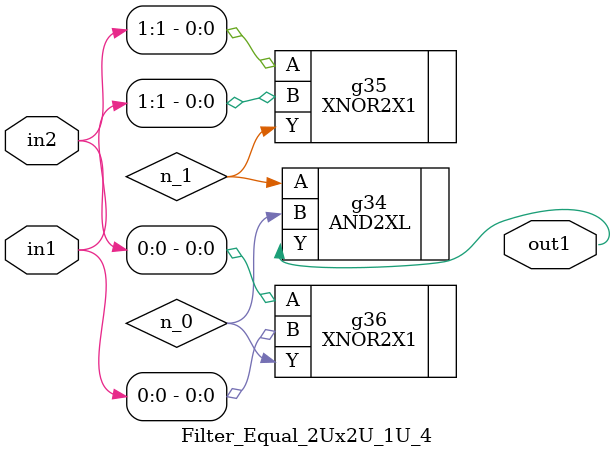
<source format=v>
`timescale 1ps / 1ps


module Filter_Equal_2Ux2U_1U_4(in2, in1, out1);
  input [1:0] in2, in1;
  output out1;
  wire [1:0] in2, in1;
  wire out1;
  wire n_0, n_1;
  AND2XL g34(.A (n_1), .B (n_0), .Y (out1));
  XNOR2X1 g35(.A (in2[1]), .B (in1[1]), .Y (n_1));
  XNOR2X1 g36(.A (in2[0]), .B (in1[0]), .Y (n_0));
endmodule



</source>
